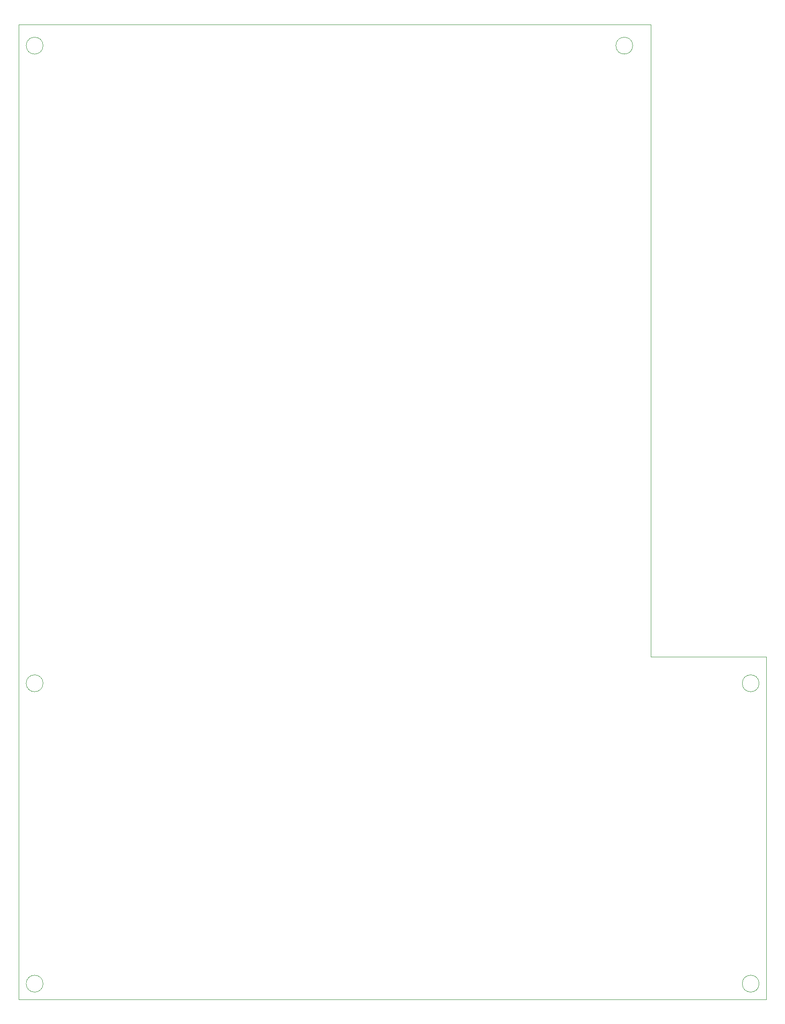
<source format=gm1>
%TF.GenerationSoftware,KiCad,Pcbnew,(5.1.9-0-10_14)*%
%TF.CreationDate,2021-06-23T09:28:56+02:00*%
%TF.ProjectId,MechanicalTheatre,4d656368-616e-4696-9361-6c5468656174,rev?*%
%TF.SameCoordinates,Original*%
%TF.FileFunction,Profile,NP*%
%FSLAX46Y46*%
G04 Gerber Fmt 4.6, Leading zero omitted, Abs format (unit mm)*
G04 Created by KiCad (PCBNEW (5.1.9-0-10_14)) date 2021-06-23 09:28:56*
%MOMM*%
%LPD*%
G01*
G04 APERTURE LIST*
%TA.AperFunction,Profile*%
%ADD10C,0.050000*%
%TD*%
G04 APERTURE END LIST*
D10*
X146600000Y-44000000D02*
G75*
G03*
X146600000Y-44000000I-1600000J0D01*
G01*
X34600000Y-44000000D02*
G75*
G03*
X34600000Y-44000000I-1600000J0D01*
G01*
X34600000Y-165000000D02*
G75*
G03*
X34600000Y-165000000I-1600000J0D01*
G01*
X170600000Y-165000000D02*
G75*
G03*
X170600000Y-165000000I-1600000J0D01*
G01*
X150000000Y-160000000D02*
X172000000Y-160000000D01*
X150000000Y-40000000D02*
X150000000Y-160000000D01*
X150000000Y-40000000D02*
X30000000Y-40000000D01*
X172000000Y-225000000D02*
X30000000Y-225000000D01*
X172000000Y-225000000D02*
X172000000Y-160000000D01*
X170600000Y-222000000D02*
G75*
G03*
X170600000Y-222000000I-1600000J0D01*
G01*
X34600000Y-222000000D02*
G75*
G03*
X34600000Y-222000000I-1600000J0D01*
G01*
X30000000Y-225000000D02*
X30000000Y-40000000D01*
M02*

</source>
